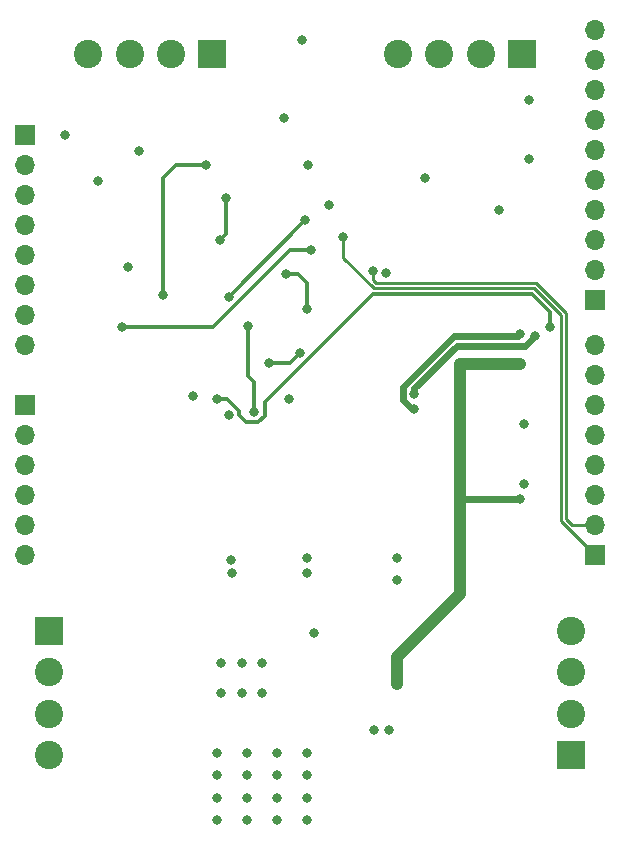
<source format=gbl>
G04 #@! TF.GenerationSoftware,KiCad,Pcbnew,7.0.10*
G04 #@! TF.CreationDate,2024-03-17T21:58:49+02:00*
G04 #@! TF.ProjectId,MasterShield,4d617374-6572-4536-9869-656c642e6b69,rev?*
G04 #@! TF.SameCoordinates,Original*
G04 #@! TF.FileFunction,Copper,L4,Bot*
G04 #@! TF.FilePolarity,Positive*
%FSLAX46Y46*%
G04 Gerber Fmt 4.6, Leading zero omitted, Abs format (unit mm)*
G04 Created by KiCad (PCBNEW 7.0.10) date 2024-03-17 21:58:49*
%MOMM*%
%LPD*%
G01*
G04 APERTURE LIST*
G04 #@! TA.AperFunction,ComponentPad*
%ADD10R,2.400000X2.400000*%
G04 #@! TD*
G04 #@! TA.AperFunction,ComponentPad*
%ADD11C,2.400000*%
G04 #@! TD*
G04 #@! TA.AperFunction,ComponentPad*
%ADD12R,1.700000X1.700000*%
G04 #@! TD*
G04 #@! TA.AperFunction,ComponentPad*
%ADD13O,1.700000X1.700000*%
G04 #@! TD*
G04 #@! TA.AperFunction,ViaPad*
%ADD14C,0.800000*%
G04 #@! TD*
G04 #@! TA.AperFunction,Conductor*
%ADD15C,0.250000*%
G04 #@! TD*
G04 #@! TA.AperFunction,Conductor*
%ADD16C,0.300000*%
G04 #@! TD*
G04 #@! TA.AperFunction,Conductor*
%ADD17C,0.600000*%
G04 #@! TD*
G04 #@! TA.AperFunction,Conductor*
%ADD18C,1.000000*%
G04 #@! TD*
G04 APERTURE END LIST*
D10*
X245308000Y-59182000D03*
D11*
X241808000Y-59182000D03*
X238308000Y-59182000D03*
X234808000Y-59182000D03*
D10*
X219090000Y-59182000D03*
D11*
X215590000Y-59182000D03*
X212090000Y-59182000D03*
X208590000Y-59182000D03*
D10*
X205232000Y-108077000D03*
D11*
X205232000Y-111577000D03*
X205232000Y-115077000D03*
X205232000Y-118577000D03*
D10*
X249478800Y-118577000D03*
D11*
X249478800Y-115077000D03*
X249478800Y-111577000D03*
X249478800Y-108077000D03*
D12*
X251460000Y-101600000D03*
D13*
X251460000Y-99060000D03*
X251460000Y-96520000D03*
X251460000Y-93980000D03*
X251460000Y-91440000D03*
X251460000Y-88900000D03*
X251460000Y-86360000D03*
X251460000Y-83820000D03*
D12*
X251460000Y-80010000D03*
D13*
X251460000Y-77470000D03*
X251460000Y-74930000D03*
X251460000Y-72390000D03*
X251460000Y-69850000D03*
X251460000Y-67310000D03*
X251460000Y-64770000D03*
X251460000Y-62230000D03*
X251460000Y-59690000D03*
X251460000Y-57150000D03*
D12*
X203200000Y-88900000D03*
D13*
X203200000Y-91440000D03*
X203200000Y-93980000D03*
X203200000Y-96520000D03*
X203200000Y-99060000D03*
X203200000Y-101600000D03*
D12*
X203200000Y-66040000D03*
D13*
X203200000Y-68580000D03*
X203200000Y-71120000D03*
X203200000Y-73660000D03*
X203200000Y-76200000D03*
X203200000Y-78740000D03*
X203200000Y-81280000D03*
X203200000Y-83820000D03*
D14*
X232791000Y-116459000D03*
X221615000Y-113284000D03*
X226695000Y-58039000D03*
X220682412Y-102016855D03*
X221615000Y-110744000D03*
X212852000Y-67437000D03*
X234061000Y-116459000D03*
X243332000Y-72390000D03*
X245872000Y-63119000D03*
X220726000Y-103124000D03*
X227203000Y-68580000D03*
X224536000Y-122174000D03*
X221996000Y-120269000D03*
X206629000Y-66040000D03*
X221996000Y-118364000D03*
X225171000Y-64643000D03*
X245491000Y-90551000D03*
X245491000Y-95631000D03*
X221996000Y-124079000D03*
X219456000Y-124079000D03*
X227076000Y-101854000D03*
X220472000Y-89789000D03*
X224536000Y-118364000D03*
X221996000Y-122174000D03*
X219837000Y-110744000D03*
X227076000Y-122174000D03*
X237109000Y-69723000D03*
X227076000Y-118364000D03*
X225552000Y-88392000D03*
X224536000Y-124079000D03*
X234696000Y-103759000D03*
X227076000Y-124079000D03*
X227076000Y-103124000D03*
X211963000Y-77216000D03*
X209423000Y-69977000D03*
X224536000Y-120269000D03*
X227076000Y-120269000D03*
X219456000Y-122174000D03*
X217424000Y-88138000D03*
X227711000Y-108204000D03*
X245872000Y-68072000D03*
X228981000Y-72009000D03*
X219456000Y-118364000D03*
X223266000Y-113284000D03*
X233807000Y-77724000D03*
X219456000Y-120269000D03*
X223266000Y-110744000D03*
X234696000Y-101854000D03*
X219837000Y-113284000D03*
X219710000Y-74930000D03*
X220218000Y-71374000D03*
X230124000Y-74738000D03*
X218567000Y-68580000D03*
X214884000Y-79629000D03*
X232664000Y-77597000D03*
X247650000Y-82296000D03*
X219456000Y-88392000D03*
X245110000Y-82902472D03*
X236118400Y-89255600D03*
X225298000Y-77851000D03*
X240030000Y-86741000D03*
X240030000Y-85471000D03*
X245110000Y-85471000D03*
X240030000Y-91821000D03*
X240030000Y-90678000D03*
X234696000Y-110236000D03*
X234696000Y-112522000D03*
X240030000Y-96901000D03*
X240030000Y-95631000D03*
X245110000Y-96901000D03*
X227076000Y-80772000D03*
X211455000Y-82296000D03*
X227457000Y-75819000D03*
X220472000Y-79756000D03*
X226949000Y-73279000D03*
X223835978Y-85409022D03*
X226504500Y-84518500D03*
X222137396Y-82225000D03*
X222631000Y-89535000D03*
X246380000Y-83058000D03*
X236194600Y-88036400D03*
D15*
X230124000Y-74738000D02*
X230124000Y-76454000D01*
D16*
X219710000Y-74930000D02*
X220218000Y-74422000D01*
D15*
X248597000Y-81338000D02*
X248597000Y-98737000D01*
X232733000Y-79063000D02*
X246322000Y-79063000D01*
X230124000Y-76454000D02*
X232733000Y-79063000D01*
D16*
X220218000Y-74422000D02*
X220218000Y-71374000D01*
D15*
X246322000Y-79063000D02*
X248597000Y-81338000D01*
X248597000Y-98737000D02*
X251460000Y-101600000D01*
X249047000Y-98550604D02*
X249047000Y-81151604D01*
X246508396Y-78613000D02*
X232919396Y-78613000D01*
D16*
X216027000Y-68580000D02*
X218567000Y-68580000D01*
X214884000Y-69723000D02*
X216027000Y-68580000D01*
D15*
X249556396Y-99060000D02*
X249047000Y-98550604D01*
D16*
X214884000Y-79629000D02*
X214884000Y-69723000D01*
D15*
X232664000Y-78357604D02*
X232664000Y-77597000D01*
X232919396Y-78613000D02*
X232664000Y-78357604D01*
X251460000Y-99060000D02*
X249556396Y-99060000D01*
X249047000Y-81151604D02*
X246508396Y-78613000D01*
D16*
X221330000Y-89433604D02*
X220288396Y-88392000D01*
X223559396Y-89820000D02*
X222986396Y-90393000D01*
X232698396Y-79538000D02*
X223559396Y-88677000D01*
X223559396Y-88677000D02*
X223559396Y-89820000D01*
X220288396Y-88392000D02*
X219456000Y-88392000D01*
X247650000Y-81062752D02*
X246125248Y-79538000D01*
X221330000Y-89758000D02*
X221330000Y-89433604D01*
X246125248Y-79538000D02*
X232698396Y-79538000D01*
X247650000Y-82296000D02*
X247650000Y-81062752D01*
X221965000Y-90393000D02*
X221330000Y-89758000D01*
X222986396Y-90393000D02*
X221965000Y-90393000D01*
D17*
X244954472Y-83058000D02*
X239508229Y-83058000D01*
X239508229Y-83058000D02*
X235186600Y-87379629D01*
X245110000Y-82902472D02*
X244954472Y-83058000D01*
X235186600Y-87379629D02*
X235186600Y-88476200D01*
X235186600Y-88476200D02*
X235966000Y-89255600D01*
X235966000Y-89255600D02*
X236118400Y-89255600D01*
D18*
X240030000Y-104902000D02*
X240030000Y-98552000D01*
D16*
X227076000Y-78613000D02*
X227076000Y-80772000D01*
D18*
X240030000Y-92913200D02*
X240030000Y-86029800D01*
D17*
X240030000Y-96901000D02*
X245110000Y-96901000D01*
D18*
X240030000Y-92913200D02*
X240030000Y-90678000D01*
D16*
X226314000Y-77851000D02*
X227076000Y-78613000D01*
D18*
X240030000Y-98552000D02*
X240030000Y-96901000D01*
X245110000Y-85471000D02*
X240030000Y-85471000D01*
X234696000Y-110236000D02*
X240030000Y-104902000D01*
X234696000Y-110236000D02*
X234696000Y-112522000D01*
X240030000Y-86029800D02*
X240030000Y-85471000D01*
D16*
X225298000Y-77851000D02*
X226314000Y-77851000D01*
D18*
X240030000Y-98552000D02*
X240030000Y-92913200D01*
D16*
X219145396Y-82296000D02*
X225622396Y-75819000D01*
X211455000Y-82296000D02*
X219145396Y-82296000D01*
X225622396Y-75819000D02*
X227457000Y-75819000D01*
X220472000Y-79756000D02*
X226949000Y-73279000D01*
X225613978Y-85409022D02*
X223835978Y-85409022D01*
X226504500Y-84518500D02*
X225613978Y-85409022D01*
X222123000Y-86487000D02*
X222631000Y-86995000D01*
X222123000Y-82239396D02*
X222123000Y-86487000D01*
X222137396Y-82225000D02*
X222123000Y-82239396D01*
X222631000Y-86995000D02*
X222631000Y-89535000D01*
D17*
X236194600Y-88036400D02*
X236194600Y-87503000D01*
X236194600Y-87503000D02*
X239787127Y-83910472D01*
X245527528Y-83910472D02*
X246380000Y-83058000D01*
X239787127Y-83910472D02*
X245527528Y-83910472D01*
M02*

</source>
